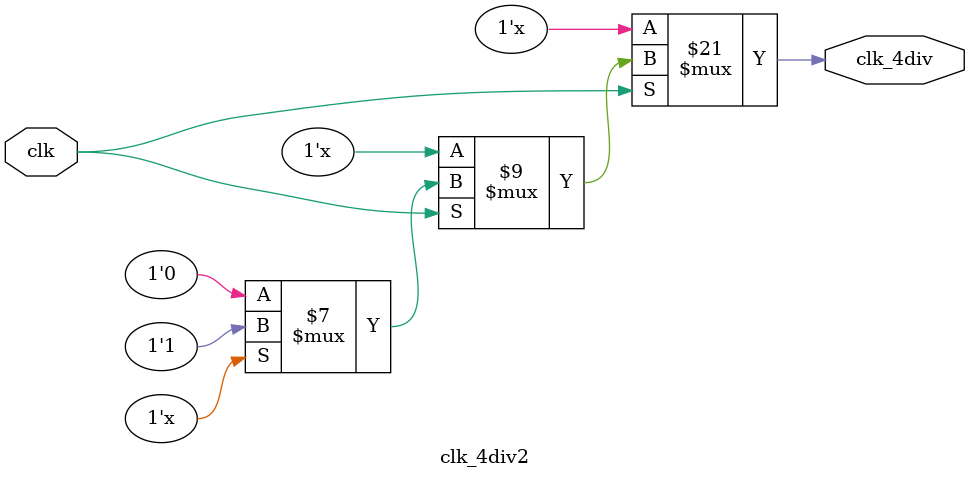
<source format=v>
`timescale 1ns / 1ps


module clk_4div2(input clk, output reg clk_4div);

    integer count;
    initial begin
        count = 0; clk_4div = 0;
    end
    always @(clk) begin
        if(clk) begin
            if(count < 3) begin
                count = count + 1;
                clk_4div = 1;
            end
            else begin
                count = 0;
                clk_4div = 0;
            end
        end
    end

endmodule

</source>
